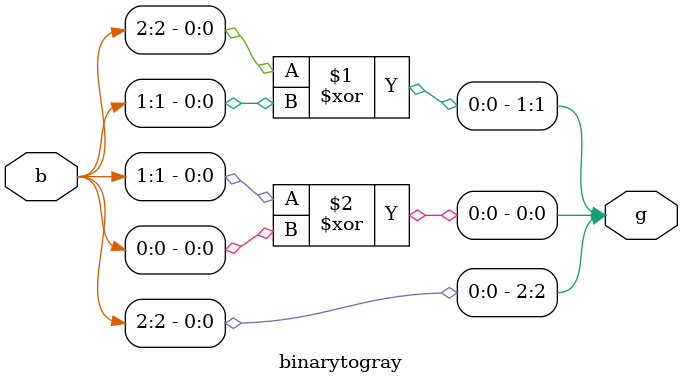
<source format=sv>
module binarytogray(b,g);
  input[2:0]b;
  output[2:0]g;
  buf b1(g[2],b[2]);
  xor a1(g[1],b[2],b[1]);
  xor a2(g[0],b[1],b[0]);
  endmodule

</source>
